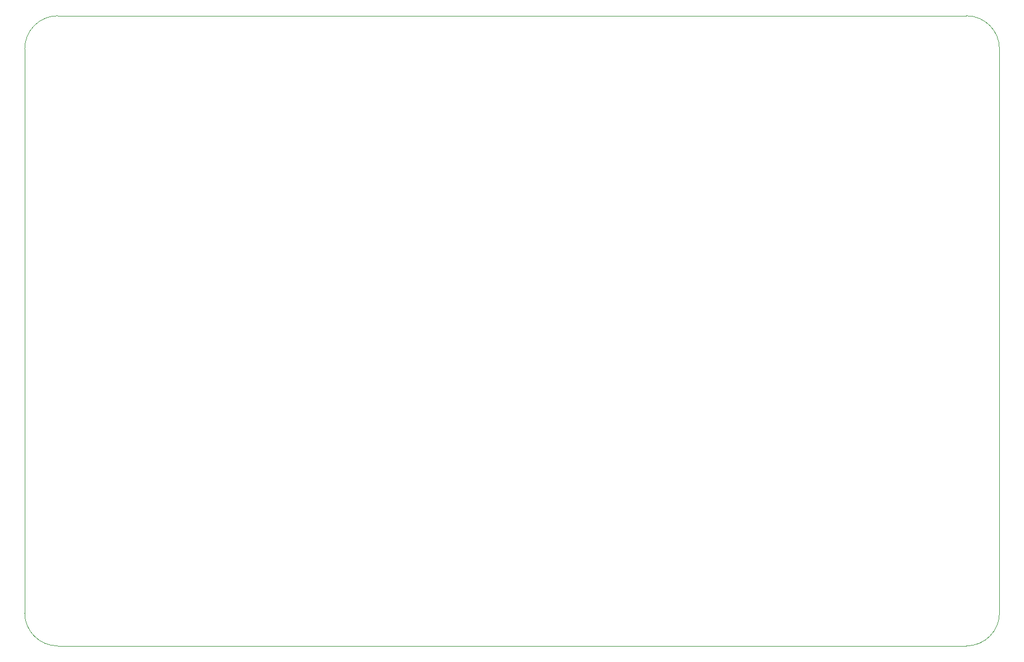
<source format=gbr>
G04 #@! TF.GenerationSoftware,KiCad,Pcbnew,(5.1.5)-3*
G04 #@! TF.CreationDate,2020-12-06T21:02:03-03:00*
G04 #@! TF.ProjectId,InversorPMSM,496e7665-7273-46f7-9250-4d534d2e6b69,rev?*
G04 #@! TF.SameCoordinates,Original*
G04 #@! TF.FileFunction,Profile,NP*
%FSLAX46Y46*%
G04 Gerber Fmt 4.6, Leading zero omitted, Abs format (unit mm)*
G04 Created by KiCad (PCBNEW (5.1.5)-3) date 2020-12-06 21:02:03*
%MOMM*%
%LPD*%
G04 APERTURE LIST*
%ADD10C,0.100000*%
G04 APERTURE END LIST*
D10*
X88773000Y-156083000D02*
G75*
G02X83693000Y-151003000I0J5080000D01*
G01*
X83693000Y-64135000D02*
G75*
G02X88773000Y-59055000I5080000J0D01*
G01*
X228600000Y-59055000D02*
G75*
G02X233680000Y-64135000I0J-5080000D01*
G01*
X233680000Y-151003000D02*
G75*
G02X228600000Y-156083000I-5080000J0D01*
G01*
X233680000Y-64135000D02*
X233680000Y-151003000D01*
X88773000Y-59055000D02*
X228600000Y-59055000D01*
X83693000Y-64135000D02*
X83693000Y-151003000D01*
X228600000Y-156083000D02*
X88773000Y-156083000D01*
M02*

</source>
